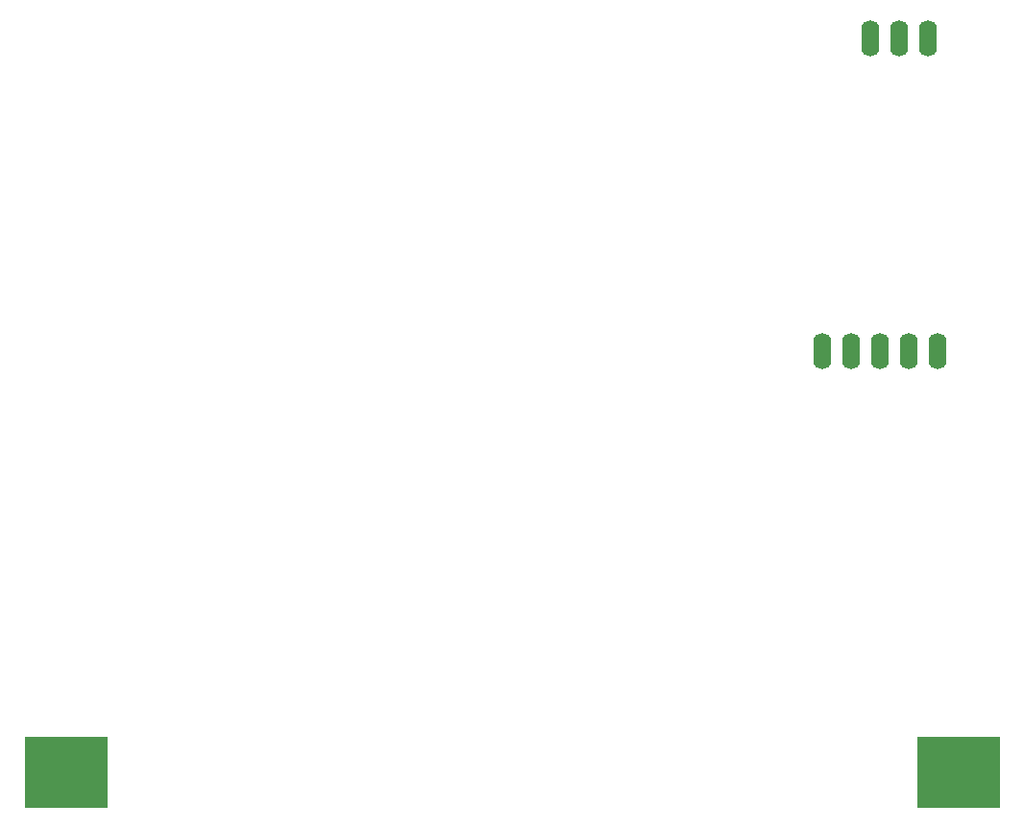
<source format=gbr>
%TF.GenerationSoftware,KiCad,Pcbnew,8.0.4*%
%TF.CreationDate,2024-08-27T12:01:37-05:00*%
%TF.ProjectId,ClonadorDeSe_alesEsp32,436c6f6e-6164-46f7-9244-655365f1616c,rev?*%
%TF.SameCoordinates,Original*%
%TF.FileFunction,Paste,Bot*%
%TF.FilePolarity,Positive*%
%FSLAX46Y46*%
G04 Gerber Fmt 4.6, Leading zero omitted, Abs format (unit mm)*
G04 Created by KiCad (PCBNEW 8.0.4) date 2024-08-27 12:01:37*
%MOMM*%
%LPD*%
G01*
G04 APERTURE LIST*
%ADD10R,7.340000X6.350000*%
%ADD11O,1.600000X3.200000*%
G04 APERTURE END LIST*
D10*
%TO.C,Bateria 18650*%
X89270000Y-126500000D03*
X167930000Y-126500000D03*
%TD*%
D11*
%TO.C,HC-12*%
X166080000Y-89300000D03*
X163540000Y-89300000D03*
X161000000Y-89300000D03*
X158460000Y-89300000D03*
X155920000Y-89300000D03*
X160160000Y-61700000D03*
X162700000Y-61700000D03*
X165240000Y-61700000D03*
%TD*%
M02*

</source>
